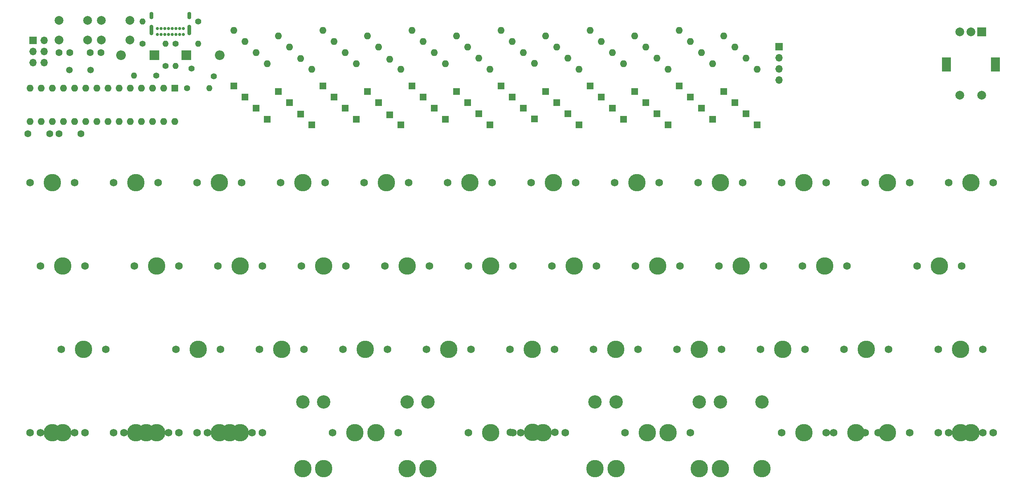
<source format=gbr>
%TF.GenerationSoftware,KiCad,Pcbnew,(5.99.0-10540-g55c1d814f9)*%
%TF.CreationDate,2021-05-28T08:01:38+02:00*%
%TF.ProjectId,0xcb-static,30786362-2d73-4746-9174-69632e6b6963,1.0*%
%TF.SameCoordinates,Original*%
%TF.FileFunction,Soldermask,Top*%
%TF.FilePolarity,Negative*%
%FSLAX46Y46*%
G04 Gerber Fmt 4.6, Leading zero omitted, Abs format (unit mm)*
G04 Created by KiCad (PCBNEW (5.99.0-10540-g55c1d814f9)) date 2021-05-28 08:01:38*
%MOMM*%
%LPD*%
G01*
G04 APERTURE LIST*
%ADD10C,1.750000*%
%ADD11C,3.987800*%
%ADD12R,1.600000X1.600000*%
%ADD13O,1.600000X1.600000*%
%ADD14C,2.000000*%
%ADD15C,3.048000*%
%ADD16R,1.700000X1.700000*%
%ADD17O,1.700000X1.700000*%
%ADD18R,2.200000X2.200000*%
%ADD19O,2.200000X2.200000*%
%ADD20C,1.400000*%
%ADD21O,1.400000X1.400000*%
%ADD22C,1.600000*%
%ADD23C,1.500000*%
%ADD24R,2.000000X2.000000*%
%ADD25R,2.000000X3.200000*%
%ADD26C,0.700000*%
%ADD27O,0.900000X1.700000*%
%ADD28O,0.900000X2.400000*%
G04 APERTURE END LIST*
D10*
%TO.C,MX37_1*%
X73818800Y-137160000D03*
X63658800Y-137160000D03*
D11*
X68738800Y-137160000D03*
%TD*%
D12*
%TO.C,D36*%
X205549500Y-64262000D03*
D13*
X205549500Y-51562000D03*
%TD*%
D10*
%TO.C,MX22*%
X218440000Y-99060000D03*
D11*
X223520000Y-99060000D03*
D10*
X228600000Y-99060000D03*
%TD*%
D12*
%TO.C,D49*%
X197929500Y-65532000D03*
D13*
X197929500Y-52832000D03*
%TD*%
D10*
%TO.C,MX27*%
X104775000Y-118110000D03*
D11*
X99695000Y-118110000D03*
D10*
X94615000Y-118110000D03*
%TD*%
D12*
%TO.C,D20*%
X162369500Y-61722000D03*
D13*
X162369500Y-49022000D03*
%TD*%
D14*
%TO.C,SW2*%
X58535500Y-42962000D03*
X65035500Y-42962000D03*
X65035500Y-47462000D03*
X58535500Y-47462000D03*
%TD*%
D11*
%TO.C,MX25*%
X54451300Y-118110000D03*
D10*
X49371300Y-118110000D03*
X59531300Y-118110000D03*
%TD*%
D11*
%TO.C,MX41*%
X199726250Y-145415000D03*
D10*
X182740000Y-137160000D03*
X192900000Y-137160000D03*
D15*
X175913750Y-130175000D03*
X199726250Y-130175000D03*
D11*
X175913750Y-145415000D03*
X187820000Y-137160000D03*
%TD*%
D16*
%TO.C,OL1*%
X213110000Y-48980000D03*
D17*
X213110000Y-51520000D03*
X213110000Y-54060000D03*
X213110000Y-56600000D03*
%TD*%
D12*
%TO.C,D10*%
X180149500Y-59182000D03*
D13*
X180149500Y-46482000D03*
%TD*%
D10*
%TO.C,MX21*%
X199390000Y-99060000D03*
X209550000Y-99060000D03*
D11*
X204470000Y-99060000D03*
%TD*%
D12*
%TO.C,D14*%
X101409500Y-61722000D03*
D13*
X101409500Y-49022000D03*
%TD*%
D10*
%TO.C,MX11*%
X242887500Y-80010000D03*
X232727500Y-80010000D03*
D11*
X237807500Y-80010000D03*
%TD*%
D10*
%TO.C,MX38_2*%
X95250000Y-137160000D03*
X85090000Y-137160000D03*
D11*
X90170000Y-137160000D03*
%TD*%
D10*
%TO.C,MX14*%
X66040000Y-99060000D03*
D11*
X71120000Y-99060000D03*
D10*
X76200000Y-99060000D03*
%TD*%
%TO.C,MX40*%
X142240000Y-137160000D03*
D11*
X147320000Y-137160000D03*
D10*
X152400000Y-137160000D03*
%TD*%
%TO.C,MX31*%
X170815000Y-118110000D03*
D11*
X175895000Y-118110000D03*
D10*
X180975000Y-118110000D03*
%TD*%
D18*
%TO.C,D47*%
X70640000Y-50930000D03*
D19*
X63020000Y-50930000D03*
%TD*%
D10*
%TO.C,MX16*%
X104140000Y-99060000D03*
D11*
X109220000Y-99060000D03*
D10*
X114300000Y-99060000D03*
%TD*%
D12*
%TO.C,D27*%
X114109500Y-62992000D03*
D13*
X114109500Y-50292000D03*
%TD*%
D12*
%TO.C,D28*%
X124269500Y-64516000D03*
D13*
X124269500Y-51816000D03*
%TD*%
D11*
%TO.C,MX10*%
X218757500Y-80010000D03*
D10*
X213677500Y-80010000D03*
X223837500Y-80010000D03*
%TD*%
D20*
%TO.C,R1*%
X80581500Y-43180000D03*
D21*
X80581500Y-48260000D03*
%TD*%
D10*
%TO.C,MX29*%
X142875000Y-118110000D03*
X132715000Y-118110000D03*
D11*
X137795000Y-118110000D03*
%TD*%
D10*
%TO.C,MX33*%
X219075000Y-118110000D03*
X208915000Y-118110000D03*
D11*
X213995000Y-118110000D03*
%TD*%
D12*
%TO.C,D17*%
X131889500Y-60452000D03*
D13*
X131889500Y-47752000D03*
%TD*%
D12*
%TO.C,D40*%
X126809500Y-66802000D03*
D13*
X126809500Y-54102000D03*
%TD*%
D12*
%TO.C,D32*%
X164909500Y-64262000D03*
D13*
X164909500Y-51562000D03*
%TD*%
D10*
%TO.C,MX39*%
X116046300Y-137160000D03*
D11*
X121126300Y-137160000D03*
D10*
X126206300Y-137160000D03*
D11*
X109220050Y-145415000D03*
D15*
X109220050Y-130175000D03*
X133032550Y-130175000D03*
D11*
X133032550Y-145415000D03*
%TD*%
D12*
%TO.C,D50*%
X208089500Y-66802000D03*
D13*
X208089500Y-54102000D03*
%TD*%
D10*
%TO.C,MX40_1*%
X151780000Y-137150000D03*
D11*
X156860000Y-137150000D03*
D10*
X161940000Y-137150000D03*
%TD*%
D22*
%TO.C,C2*%
X46759500Y-68834000D03*
X41759500Y-68834000D03*
%TD*%
D20*
%TO.C,R4*%
X75438000Y-48260000D03*
D21*
X75438000Y-53340000D03*
%TD*%
D10*
%TO.C,MX43_1*%
X235743800Y-137160000D03*
X225583800Y-137160000D03*
D11*
X230663800Y-137160000D03*
%TD*%
D12*
%TO.C,D19*%
X152209500Y-60452000D03*
D13*
X152209500Y-47752000D03*
%TD*%
D12*
%TO.C,D35*%
X195389500Y-62992000D03*
D13*
X195389500Y-50292000D03*
%TD*%
D20*
%TO.C,R5*%
X78041500Y-58420000D03*
D21*
X83121500Y-58420000D03*
%TD*%
D12*
%TO.C,D45*%
X177609500Y-65532000D03*
D13*
X177609500Y-52832000D03*
%TD*%
D12*
%TO.C,D4*%
X119189500Y-59182000D03*
D13*
X119189500Y-46482000D03*
%TD*%
D12*
%TO.C,D22*%
X182689500Y-61722000D03*
D13*
X182689500Y-49022000D03*
%TD*%
D12*
%TO.C,D25*%
X93789500Y-62992000D03*
D13*
X93789500Y-50292000D03*
%TD*%
D10*
%TO.C,MX44_1*%
X259556300Y-137160000D03*
X249396300Y-137160000D03*
D11*
X254476300Y-137160000D03*
%TD*%
D10*
%TO.C,MX44*%
X251777500Y-137160000D03*
X261937500Y-137160000D03*
D11*
X256857500Y-137160000D03*
%TD*%
D10*
%TO.C,MX4*%
X109537500Y-80010000D03*
X99377500Y-80010000D03*
D11*
X104457500Y-80010000D03*
%TD*%
D12*
%TO.C,D24*%
X203009500Y-61722000D03*
D13*
X203009500Y-49022000D03*
%TD*%
D10*
%TO.C,MX24*%
X261937500Y-80010000D03*
X251777500Y-80010000D03*
D11*
X256857500Y-80010000D03*
%TD*%
D10*
%TO.C,MX37*%
X71437500Y-137160000D03*
D11*
X66357500Y-137160000D03*
D10*
X61277500Y-137160000D03*
%TD*%
D11*
%TO.C,MX20*%
X185420000Y-99060000D03*
D10*
X180340000Y-99060000D03*
X190500000Y-99060000D03*
%TD*%
D12*
%TO.C,D9*%
X169989500Y-57912000D03*
D13*
X169989500Y-45212000D03*
%TD*%
D11*
%TO.C,MX7*%
X161607500Y-80010000D03*
D10*
X166687500Y-80010000D03*
X156527500Y-80010000D03*
%TD*%
D11*
%TO.C,MX36*%
X47307500Y-137160000D03*
D10*
X52387500Y-137160000D03*
X42227500Y-137160000D03*
%TD*%
D12*
%TO.C,D39*%
X116649500Y-65532000D03*
D13*
X116649500Y-52832000D03*
%TD*%
D12*
%TO.C,D13*%
X91249500Y-60452000D03*
D13*
X91249500Y-47752000D03*
%TD*%
D12*
%TO.C,D26*%
X103940000Y-64370000D03*
D13*
X103940000Y-51670000D03*
%TD*%
D10*
%TO.C,MX42*%
X213677500Y-137160000D03*
X223837500Y-137160000D03*
D11*
X218757500Y-137160000D03*
%TD*%
D12*
%TO.C,D12*%
X200469500Y-59182000D03*
D13*
X200469500Y-46482000D03*
%TD*%
D22*
%TO.C,C1*%
X48871500Y-68834000D03*
X53871500Y-68834000D03*
%TD*%
D12*
%TO.C,D7*%
X149669500Y-57912000D03*
D13*
X149669500Y-45212000D03*
%TD*%
D10*
%TO.C,MX17*%
X133350000Y-99060000D03*
X123190000Y-99060000D03*
D11*
X128270000Y-99060000D03*
%TD*%
D20*
%TO.C,F1*%
X84147500Y-55764000D03*
X79047500Y-53964000D03*
%TD*%
D10*
%TO.C,MX36_1*%
X54768800Y-137160000D03*
X44608800Y-137160000D03*
D11*
X49688800Y-137160000D03*
%TD*%
D10*
%TO.C,MX30*%
X151765000Y-118110000D03*
X161925000Y-118110000D03*
D11*
X156845000Y-118110000D03*
%TD*%
D12*
%TO.C,D41*%
X136980000Y-65540000D03*
D13*
X136980000Y-52840000D03*
%TD*%
D12*
%TO.C,D3*%
X109029500Y-57912000D03*
D13*
X109029500Y-45212000D03*
%TD*%
D20*
%TO.C,R6*%
X71010000Y-55590000D03*
D21*
X65930000Y-55590000D03*
%TD*%
D12*
%TO.C,D5*%
X129349500Y-57912000D03*
D13*
X129349500Y-45212000D03*
%TD*%
D10*
%TO.C,MX8*%
X175577500Y-80010000D03*
X185737500Y-80010000D03*
D11*
X180657500Y-80010000D03*
%TD*%
D10*
%TO.C,MX5*%
X128587500Y-80010000D03*
X118427500Y-80010000D03*
D11*
X123507500Y-80010000D03*
%TD*%
D10*
%TO.C,MX34*%
X227965000Y-118110000D03*
X238125000Y-118110000D03*
D11*
X233045000Y-118110000D03*
%TD*%
D12*
%TO.C,D8*%
X159829500Y-59182000D03*
D13*
X159829500Y-46482000D03*
%TD*%
D10*
%TO.C,MX28*%
X123825000Y-118110000D03*
D11*
X118745000Y-118110000D03*
D10*
X113665000Y-118110000D03*
%TD*%
D11*
%TO.C,MX19*%
X166370000Y-99060000D03*
D10*
X161290000Y-99060000D03*
X171450000Y-99060000D03*
%TD*%
D12*
%TO.C,D16*%
X121729500Y-61722000D03*
D13*
X121729500Y-49022000D03*
%TD*%
D10*
%TO.C,MX15*%
X95250000Y-99060000D03*
X85090000Y-99060000D03*
D11*
X90170000Y-99060000D03*
%TD*%
D12*
%TO.C,D6*%
X139509500Y-59182000D03*
D13*
X139509500Y-46482000D03*
%TD*%
D12*
%TO.C,D15*%
X111569500Y-60452000D03*
D13*
X111569500Y-47752000D03*
%TD*%
D10*
%TO.C,MX43*%
X242887500Y-137160000D03*
D11*
X237807500Y-137160000D03*
D10*
X232727500Y-137160000D03*
%TD*%
D12*
%TO.C,D23*%
X192849500Y-60452000D03*
D13*
X192849500Y-47752000D03*
%TD*%
D10*
%TO.C,MX18*%
X142240000Y-99060000D03*
D11*
X147320000Y-99060000D03*
D10*
X152400000Y-99060000D03*
%TD*%
D12*
%TO.C,D31*%
X154749500Y-62992000D03*
D13*
X154749500Y-50292000D03*
%TD*%
D12*
%TO.C,D43*%
X157290000Y-65520000D03*
D13*
X157290000Y-52820000D03*
%TD*%
D10*
%TO.C,MX23*%
X254793800Y-99060000D03*
X244633800Y-99060000D03*
D11*
X249713800Y-99060000D03*
%TD*%
D12*
%TO.C,U1*%
X75247500Y-58420000D03*
D13*
X72707500Y-58420000D03*
X70167500Y-58420000D03*
X67627500Y-58420000D03*
X65087500Y-58420000D03*
X62547500Y-58420000D03*
X60007500Y-58420000D03*
X57467500Y-58420000D03*
X54927500Y-58420000D03*
X52387500Y-58420000D03*
X49847500Y-58420000D03*
X47307500Y-58420000D03*
X44767500Y-58420000D03*
X42227500Y-58420000D03*
X42227500Y-66040000D03*
X44767500Y-66040000D03*
X47307500Y-66040000D03*
X49847500Y-66040000D03*
X52387500Y-66040000D03*
X54927500Y-66040000D03*
X57467500Y-66040000D03*
X60007500Y-66040000D03*
X62547500Y-66040000D03*
X65087500Y-66040000D03*
X67627500Y-66040000D03*
X70167500Y-66040000D03*
X72707500Y-66040000D03*
X75247500Y-66040000D03*
%TD*%
D12*
%TO.C,D29*%
X134429500Y-62992000D03*
D13*
X134429500Y-50292000D03*
%TD*%
D12*
%TO.C,D1*%
X88709500Y-57912000D03*
D13*
X88709500Y-45212000D03*
%TD*%
D12*
%TO.C,D18*%
X142049500Y-61722000D03*
D13*
X142049500Y-49022000D03*
%TD*%
D12*
%TO.C,D48*%
X187769500Y-66802000D03*
D13*
X187769500Y-54102000D03*
%TD*%
D10*
%TO.C,MX35*%
X259556300Y-118110000D03*
X249396300Y-118110000D03*
D11*
X254476300Y-118110000D03*
%TD*%
D10*
%TO.C,MX37_2*%
X76200000Y-137160000D03*
D11*
X71120000Y-137160000D03*
D10*
X66040000Y-137160000D03*
%TD*%
D12*
%TO.C,D38*%
X106489500Y-66802000D03*
D13*
X106489500Y-54102000D03*
%TD*%
D10*
%TO.C,MX38*%
X90487500Y-137160000D03*
X80327500Y-137160000D03*
D11*
X85407500Y-137160000D03*
%TD*%
D10*
%TO.C,MX9*%
X194627500Y-80010000D03*
D11*
X199707500Y-80010000D03*
D10*
X204787500Y-80010000D03*
%TD*%
%TO.C,MX41_1*%
X177960000Y-137160000D03*
D11*
X183040000Y-137160000D03*
D10*
X188120000Y-137160000D03*
D11*
X171133750Y-145415000D03*
D15*
X171133750Y-130175000D03*
X194946250Y-130175000D03*
D11*
X194946250Y-145415000D03*
%TD*%
D10*
%TO.C,MX2*%
X61277500Y-80010000D03*
X71437500Y-80010000D03*
D11*
X66357500Y-80010000D03*
%TD*%
D10*
%TO.C,MX1*%
X42227500Y-80010000D03*
D11*
X47307500Y-80010000D03*
D10*
X52387500Y-80010000D03*
%TD*%
D12*
%TO.C,D30*%
X144589500Y-64262000D03*
D13*
X144589500Y-51562000D03*
%TD*%
D10*
%TO.C,MX40_2*%
X154146300Y-137160000D03*
D11*
X209226200Y-145415000D03*
X109226400Y-145415000D03*
D15*
X209226200Y-130175000D03*
D10*
X164306300Y-137160000D03*
D15*
X109226400Y-130175000D03*
D11*
X159226300Y-137160000D03*
%TD*%
D12*
%TO.C,D21*%
X172529500Y-60452000D03*
D13*
X172529500Y-47752000D03*
%TD*%
D22*
%TO.C,C3*%
X58463500Y-50292000D03*
X55963500Y-50292000D03*
%TD*%
D18*
%TO.C,D46*%
X77940000Y-50890000D03*
D19*
X85560000Y-50890000D03*
%TD*%
D12*
%TO.C,D2*%
X98869500Y-59182000D03*
D13*
X98869500Y-46482000D03*
%TD*%
D12*
%TO.C,D34*%
X185229500Y-64262000D03*
D13*
X185229500Y-51562000D03*
%TD*%
D23*
%TO.C,Y1*%
X51207500Y-54346000D03*
X56087500Y-54346000D03*
%TD*%
D12*
%TO.C,D33*%
X175069500Y-62992000D03*
D13*
X175069500Y-50292000D03*
%TD*%
D10*
%TO.C,MX32*%
X189865000Y-118110000D03*
D11*
X194945000Y-118110000D03*
D10*
X200025000Y-118110000D03*
%TD*%
D20*
%TO.C,R2*%
X67881500Y-48260000D03*
D21*
X67881500Y-43180000D03*
%TD*%
D10*
%TO.C,MX13*%
X44608800Y-99060000D03*
X54768800Y-99060000D03*
D11*
X49688800Y-99060000D03*
%TD*%
D24*
%TO.C,MX12*%
X259357500Y-45582000D03*
D14*
X254357500Y-45582000D03*
X256857500Y-45582000D03*
D25*
X251257500Y-53082000D03*
X262457500Y-53082000D03*
D14*
X254357500Y-60082000D03*
X259357500Y-60082000D03*
%TD*%
D12*
%TO.C,D42*%
X147129500Y-66802000D03*
D13*
X147129500Y-54102000D03*
%TD*%
D10*
%TO.C,MX3*%
X80327500Y-80010000D03*
D11*
X85407500Y-80010000D03*
D10*
X90487500Y-80010000D03*
%TD*%
D20*
%TO.C,R3*%
X73152000Y-53340000D03*
D21*
X73152000Y-48260000D03*
%TD*%
D12*
%TO.C,D11*%
X190309500Y-57912000D03*
D13*
X190309500Y-45212000D03*
%TD*%
D26*
%TO.C,J1*%
X77206500Y-46189000D03*
X76356500Y-46189000D03*
X75506500Y-46189000D03*
X74656500Y-46189000D03*
X73806500Y-46189000D03*
X72956500Y-46189000D03*
X72106500Y-46189000D03*
X71256500Y-46189000D03*
X71256500Y-44839000D03*
X72106500Y-44839000D03*
X72956500Y-44839000D03*
X73806500Y-44839000D03*
X74656500Y-44839000D03*
X75506500Y-44839000D03*
X76356500Y-44839000D03*
X77206500Y-44839000D03*
D27*
X69906500Y-41829000D03*
X78556500Y-41829000D03*
D28*
X78556500Y-45209000D03*
X69906500Y-45209000D03*
%TD*%
D10*
%TO.C,MX38_1*%
X92868800Y-137160000D03*
X82708800Y-137160000D03*
D11*
X87788800Y-137160000D03*
%TD*%
D12*
%TO.C,D37*%
X96329500Y-65532000D03*
D13*
X96329500Y-52832000D03*
%TD*%
D16*
%TO.C,J2*%
X42921000Y-47513000D03*
D17*
X45461000Y-47513000D03*
X42921000Y-50053000D03*
X45461000Y-50053000D03*
X42921000Y-52593000D03*
X45461000Y-52593000D03*
%TD*%
D22*
%TO.C,C4*%
X48851500Y-50292000D03*
X51351500Y-50292000D03*
%TD*%
D14*
%TO.C,SW1*%
X55383500Y-42962000D03*
X48883500Y-42962000D03*
X48883500Y-47462000D03*
X55383500Y-47462000D03*
%TD*%
D10*
%TO.C,MX26*%
X85725000Y-118110000D03*
X75565000Y-118110000D03*
D11*
X80645000Y-118110000D03*
%TD*%
D10*
%TO.C,MX6*%
X147637500Y-80010000D03*
X137477500Y-80010000D03*
D11*
X142557500Y-80010000D03*
%TD*%
%TO.C,MX39_1*%
X128270050Y-145415000D03*
D10*
X111283800Y-137160000D03*
X121443800Y-137160000D03*
D15*
X104457550Y-130175000D03*
X128270050Y-130175000D03*
D11*
X104457550Y-145415000D03*
X116363800Y-137160000D03*
%TD*%
D12*
%TO.C,D44*%
X167460000Y-66860000D03*
D13*
X167460000Y-54160000D03*
%TD*%
M02*

</source>
